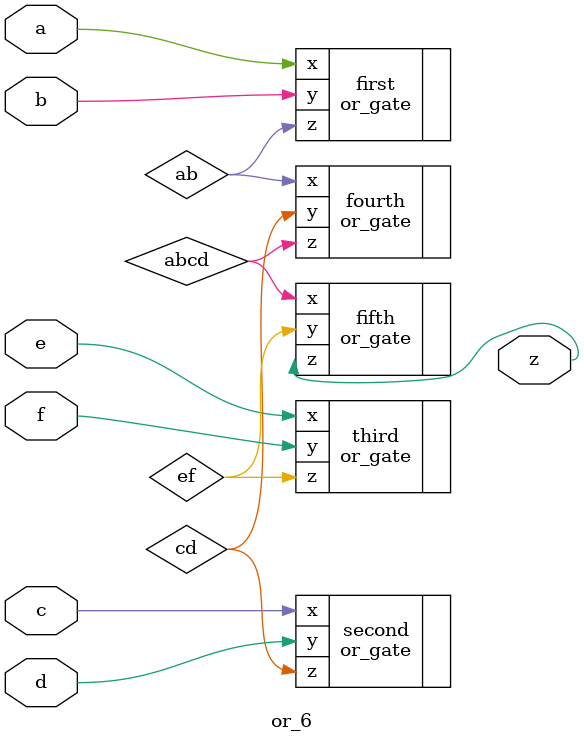
<source format=v>
module or_6 (a,b,c,d,e,f, z);
    input a,b,c,d,e,f;
    output z;
    wire ab, cd, ef, abcd;
    
    or_gate first(.x(a), .y(b), .z(ab));
    or_gate second(.x(c), .y(d), .z(cd));
    or_gate third(.x(e), .y(f), .z(ef));
    or_gate fourth(.x(ab), .y(cd), .z(abcd));
    or_gate fifth(.x(abcd), .y(ef), .z(z));
endmodule

</source>
